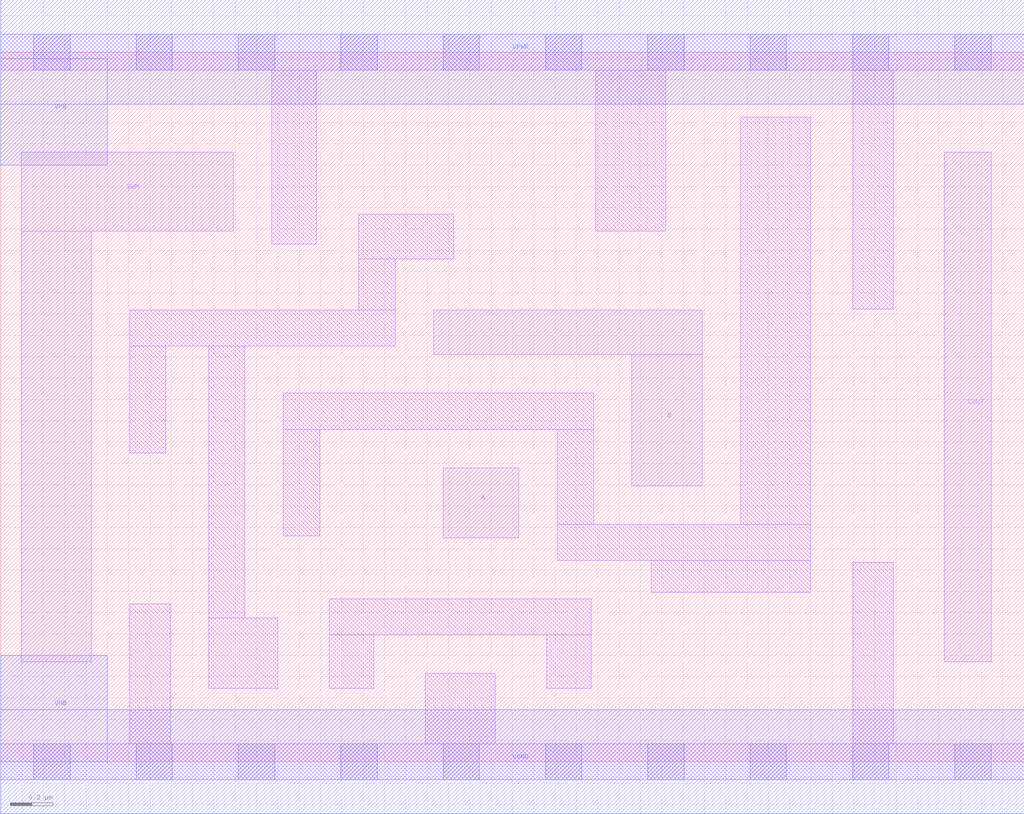
<source format=lef>
# Copyright 2020 The SkyWater PDK Authors
#
# Licensed under the Apache License, Version 2.0 (the "License");
# you may not use this file except in compliance with the License.
# You may obtain a copy of the License at
#
#     https://www.apache.org/licenses/LICENSE-2.0
#
# Unless required by applicable law or agreed to in writing, software
# distributed under the License is distributed on an "AS IS" BASIS,
# WITHOUT WARRANTIES OR CONDITIONS OF ANY KIND, either express or implied.
# See the License for the specific language governing permissions and
# limitations under the License.
#
# SPDX-License-Identifier: Apache-2.0

VERSION 5.5 ;
NAMESCASESENSITIVE ON ;
BUSBITCHARS "[]" ;
DIVIDERCHAR "/" ;
MACRO sky130_fd_sc_lp__ha_m
  CLASS CORE ;
  SOURCE USER ;
  ORIGIN  0.000000  0.000000 ;
  SIZE  4.800000 BY  3.330000 ;
  SYMMETRY X Y R90 ;
  SITE unit ;
  PIN A
    ANTENNAGATEAREA  0.252000 ;
    DIRECTION INPUT ;
    USE SIGNAL ;
    PORT
      LAYER li1 ;
        RECT 2.075000 1.050000 2.430000 1.380000 ;
    END
  END A
  PIN B
    ANTENNAGATEAREA  0.252000 ;
    DIRECTION INPUT ;
    USE SIGNAL ;
    PORT
      LAYER li1 ;
        RECT 2.030000 1.910000 3.290000 2.120000 ;
        RECT 2.960000 1.295000 3.290000 1.910000 ;
    END
  END B
  PIN COUT
    ANTENNADIFFAREA  0.222600 ;
    DIRECTION OUTPUT ;
    USE SIGNAL ;
    PORT
      LAYER li1 ;
        RECT 4.425000 0.470000 4.645000 2.860000 ;
    END
  END COUT
  PIN SUM
    ANTENNADIFFAREA  0.222600 ;
    DIRECTION OUTPUT ;
    USE SIGNAL ;
    PORT
      LAYER li1 ;
        RECT 0.095000 0.470000 0.425000 2.490000 ;
        RECT 0.095000 2.490000 1.090000 2.860000 ;
    END
  END SUM
  PIN VGND
    DIRECTION INOUT ;
    USE GROUND ;
    PORT
      LAYER met1 ;
        RECT 0.000000 -0.245000 4.800000 0.245000 ;
    END
  END VGND
  PIN VNB
    DIRECTION INOUT ;
    USE GROUND ;
    PORT
    END
  END VNB
  PIN VPB
    DIRECTION INOUT ;
    USE POWER ;
    PORT
    END
  END VPB
  PIN VNB
    DIRECTION INOUT ;
    USE GROUND ;
    PORT
      LAYER met1 ;
        RECT 0.000000 0.000000 0.500000 0.500000 ;
    END
  END VNB
  PIN VPB
    DIRECTION INOUT ;
    USE POWER ;
    PORT
      LAYER met1 ;
        RECT 0.000000 2.800000 0.500000 3.300000 ;
    END
  END VPB
  PIN VPWR
    DIRECTION INOUT ;
    USE POWER ;
    PORT
      LAYER met1 ;
        RECT 0.000000 3.085000 4.800000 3.575000 ;
    END
  END VPWR
  OBS
    LAYER li1 ;
      RECT 0.000000 -0.085000 4.800000 0.085000 ;
      RECT 0.000000  3.245000 4.800000 3.415000 ;
      RECT 0.605000  0.085000 0.795000 0.740000 ;
      RECT 0.605000  1.450000 0.775000 1.950000 ;
      RECT 0.605000  1.950000 1.850000 2.120000 ;
      RECT 0.975000  0.345000 1.300000 0.675000 ;
      RECT 0.975000  0.675000 1.145000 1.950000 ;
      RECT 1.270000  2.430000 1.480000 3.245000 ;
      RECT 1.325000  1.060000 1.495000 1.560000 ;
      RECT 1.325000  1.560000 2.780000 1.730000 ;
      RECT 1.540000  0.345000 1.750000 0.595000 ;
      RECT 1.540000  0.595000 2.770000 0.765000 ;
      RECT 1.680000  2.120000 1.850000 2.360000 ;
      RECT 1.680000  2.360000 2.125000 2.570000 ;
      RECT 1.990000  0.085000 2.320000 0.415000 ;
      RECT 2.560000  0.345000 2.770000 0.595000 ;
      RECT 2.610000  0.945000 3.800000 1.115000 ;
      RECT 2.610000  1.115000 2.780000 1.560000 ;
      RECT 2.790000  2.490000 3.120000 3.245000 ;
      RECT 3.050000  0.795000 3.800000 0.945000 ;
      RECT 3.470000  1.115000 3.800000 3.025000 ;
      RECT 3.995000  0.085000 4.185000 0.935000 ;
      RECT 3.995000  2.125000 4.185000 3.245000 ;
    LAYER mcon ;
      RECT 0.155000 -0.085000 0.325000 0.085000 ;
      RECT 0.155000  3.245000 0.325000 3.415000 ;
      RECT 0.635000 -0.085000 0.805000 0.085000 ;
      RECT 0.635000  3.245000 0.805000 3.415000 ;
      RECT 1.115000 -0.085000 1.285000 0.085000 ;
      RECT 1.115000  3.245000 1.285000 3.415000 ;
      RECT 1.595000 -0.085000 1.765000 0.085000 ;
      RECT 1.595000  3.245000 1.765000 3.415000 ;
      RECT 2.075000 -0.085000 2.245000 0.085000 ;
      RECT 2.075000  3.245000 2.245000 3.415000 ;
      RECT 2.555000 -0.085000 2.725000 0.085000 ;
      RECT 2.555000  3.245000 2.725000 3.415000 ;
      RECT 3.035000 -0.085000 3.205000 0.085000 ;
      RECT 3.035000  3.245000 3.205000 3.415000 ;
      RECT 3.515000 -0.085000 3.685000 0.085000 ;
      RECT 3.515000  3.245000 3.685000 3.415000 ;
      RECT 3.995000 -0.085000 4.165000 0.085000 ;
      RECT 3.995000  3.245000 4.165000 3.415000 ;
      RECT 4.475000 -0.085000 4.645000 0.085000 ;
      RECT 4.475000  3.245000 4.645000 3.415000 ;
  END
END sky130_fd_sc_lp__ha_m
END LIBRARY

</source>
